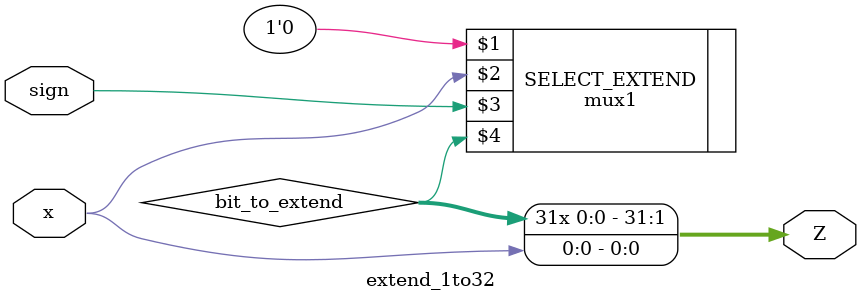
<source format=v>
module extend_1to32(x, sign, Z);
    
    //x is the bit to extend
    //sign is 1 if it is a sign extend
    //0 if it is a zero extend
    input x, sign;
    output [0:31] Z;
    
    wire bit_to_extend;
    
    mux1 SELECT_EXTEND(1'b0, x, sign, bit_to_extend);
    
    assign Z = {bit_to_extend,bit_to_extend,bit_to_extend,bit_to_extend,bit_to_extend,bit_to_extend,bit_to_extend,bit_to_extend,bit_to_extend,bit_to_extend,bit_to_extend,bit_to_extend,bit_to_extend,bit_to_extend,bit_to_extend,bit_to_extend,bit_to_extend,bit_to_extend,bit_to_extend,bit_to_extend,bit_to_extend,bit_to_extend,bit_to_extend,bit_to_extend,bit_to_extend,bit_to_extend,bit_to_extend,bit_to_extend,bit_to_extend,bit_to_extend,bit_to_extend,x};
    
endmodule
</source>
